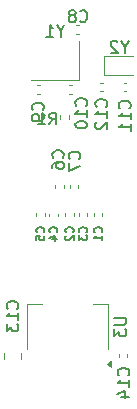
<source format=gbr>
%TF.GenerationSoftware,KiCad,Pcbnew,9.0.0*%
%TF.CreationDate,2025-08-25T15:59:45-02:30*%
%TF.ProjectId,STM32_PCB_Test_Project,53544d33-325f-4504-9342-5f546573745f,rev?*%
%TF.SameCoordinates,Original*%
%TF.FileFunction,Legend,Bot*%
%TF.FilePolarity,Positive*%
%FSLAX46Y46*%
G04 Gerber Fmt 4.6, Leading zero omitted, Abs format (unit mm)*
G04 Created by KiCad (PCBNEW 9.0.0) date 2025-08-25 15:59:45*
%MOMM*%
%LPD*%
G01*
G04 APERTURE LIST*
%ADD10C,0.150000*%
%ADD11C,0.120000*%
G04 APERTURE END LIST*
D10*
X164134580Y-89332142D02*
X164182200Y-89284523D01*
X164182200Y-89284523D02*
X164229819Y-89141666D01*
X164229819Y-89141666D02*
X164229819Y-89046428D01*
X164229819Y-89046428D02*
X164182200Y-88903571D01*
X164182200Y-88903571D02*
X164086961Y-88808333D01*
X164086961Y-88808333D02*
X163991723Y-88760714D01*
X163991723Y-88760714D02*
X163801247Y-88713095D01*
X163801247Y-88713095D02*
X163658390Y-88713095D01*
X163658390Y-88713095D02*
X163467914Y-88760714D01*
X163467914Y-88760714D02*
X163372676Y-88808333D01*
X163372676Y-88808333D02*
X163277438Y-88903571D01*
X163277438Y-88903571D02*
X163229819Y-89046428D01*
X163229819Y-89046428D02*
X163229819Y-89141666D01*
X163229819Y-89141666D02*
X163277438Y-89284523D01*
X163277438Y-89284523D02*
X163325057Y-89332142D01*
X164229819Y-90284523D02*
X164229819Y-89713095D01*
X164229819Y-89998809D02*
X163229819Y-89998809D01*
X163229819Y-89998809D02*
X163372676Y-89903571D01*
X163372676Y-89903571D02*
X163467914Y-89808333D01*
X163467914Y-89808333D02*
X163515533Y-89713095D01*
X163325057Y-90665476D02*
X163277438Y-90713095D01*
X163277438Y-90713095D02*
X163229819Y-90808333D01*
X163229819Y-90808333D02*
X163229819Y-91046428D01*
X163229819Y-91046428D02*
X163277438Y-91141666D01*
X163277438Y-91141666D02*
X163325057Y-91189285D01*
X163325057Y-91189285D02*
X163420295Y-91236904D01*
X163420295Y-91236904D02*
X163515533Y-91236904D01*
X163515533Y-91236904D02*
X163658390Y-91189285D01*
X163658390Y-91189285D02*
X164229819Y-90617857D01*
X164229819Y-90617857D02*
X164229819Y-91236904D01*
X160459580Y-93658333D02*
X160507200Y-93610714D01*
X160507200Y-93610714D02*
X160554819Y-93467857D01*
X160554819Y-93467857D02*
X160554819Y-93372619D01*
X160554819Y-93372619D02*
X160507200Y-93229762D01*
X160507200Y-93229762D02*
X160411961Y-93134524D01*
X160411961Y-93134524D02*
X160316723Y-93086905D01*
X160316723Y-93086905D02*
X160126247Y-93039286D01*
X160126247Y-93039286D02*
X159983390Y-93039286D01*
X159983390Y-93039286D02*
X159792914Y-93086905D01*
X159792914Y-93086905D02*
X159697676Y-93134524D01*
X159697676Y-93134524D02*
X159602438Y-93229762D01*
X159602438Y-93229762D02*
X159554819Y-93372619D01*
X159554819Y-93372619D02*
X159554819Y-93467857D01*
X159554819Y-93467857D02*
X159602438Y-93610714D01*
X159602438Y-93610714D02*
X159650057Y-93658333D01*
X159554819Y-94515476D02*
X159554819Y-94325000D01*
X159554819Y-94325000D02*
X159602438Y-94229762D01*
X159602438Y-94229762D02*
X159650057Y-94182143D01*
X159650057Y-94182143D02*
X159792914Y-94086905D01*
X159792914Y-94086905D02*
X159983390Y-94039286D01*
X159983390Y-94039286D02*
X160364342Y-94039286D01*
X160364342Y-94039286D02*
X160459580Y-94086905D01*
X160459580Y-94086905D02*
X160507200Y-94134524D01*
X160507200Y-94134524D02*
X160554819Y-94229762D01*
X160554819Y-94229762D02*
X160554819Y-94420238D01*
X160554819Y-94420238D02*
X160507200Y-94515476D01*
X160507200Y-94515476D02*
X160459580Y-94563095D01*
X160459580Y-94563095D02*
X160364342Y-94610714D01*
X160364342Y-94610714D02*
X160126247Y-94610714D01*
X160126247Y-94610714D02*
X160031009Y-94563095D01*
X160031009Y-94563095D02*
X159983390Y-94515476D01*
X159983390Y-94515476D02*
X159935771Y-94420238D01*
X159935771Y-94420238D02*
X159935771Y-94229762D01*
X159935771Y-94229762D02*
X159983390Y-94134524D01*
X159983390Y-94134524D02*
X160031009Y-94086905D01*
X160031009Y-94086905D02*
X160126247Y-94039286D01*
X160276190Y-82928628D02*
X160276190Y-83404819D01*
X160609523Y-82404819D02*
X160276190Y-82928628D01*
X160276190Y-82928628D02*
X159942857Y-82404819D01*
X159085714Y-83404819D02*
X159657142Y-83404819D01*
X159371428Y-83404819D02*
X159371428Y-82404819D01*
X159371428Y-82404819D02*
X159466666Y-82547676D01*
X159466666Y-82547676D02*
X159561904Y-82642914D01*
X159561904Y-82642914D02*
X159657142Y-82690533D01*
X161324366Y-99983333D02*
X161357700Y-99950000D01*
X161357700Y-99950000D02*
X161391033Y-99850000D01*
X161391033Y-99850000D02*
X161391033Y-99783333D01*
X161391033Y-99783333D02*
X161357700Y-99683333D01*
X161357700Y-99683333D02*
X161291033Y-99616667D01*
X161291033Y-99616667D02*
X161224366Y-99583333D01*
X161224366Y-99583333D02*
X161091033Y-99550000D01*
X161091033Y-99550000D02*
X160991033Y-99550000D01*
X160991033Y-99550000D02*
X160857700Y-99583333D01*
X160857700Y-99583333D02*
X160791033Y-99616667D01*
X160791033Y-99616667D02*
X160724366Y-99683333D01*
X160724366Y-99683333D02*
X160691033Y-99783333D01*
X160691033Y-99783333D02*
X160691033Y-99850000D01*
X160691033Y-99850000D02*
X160724366Y-99950000D01*
X160724366Y-99950000D02*
X160757700Y-99983333D01*
X160757700Y-100250000D02*
X160724366Y-100283333D01*
X160724366Y-100283333D02*
X160691033Y-100350000D01*
X160691033Y-100350000D02*
X160691033Y-100516667D01*
X160691033Y-100516667D02*
X160724366Y-100583333D01*
X160724366Y-100583333D02*
X160757700Y-100616667D01*
X160757700Y-100616667D02*
X160824366Y-100650000D01*
X160824366Y-100650000D02*
X160891033Y-100650000D01*
X160891033Y-100650000D02*
X160991033Y-100616667D01*
X160991033Y-100616667D02*
X161391033Y-100216667D01*
X161391033Y-100216667D02*
X161391033Y-100650000D01*
X159341666Y-90844819D02*
X159674999Y-90368628D01*
X159913094Y-90844819D02*
X159913094Y-89844819D01*
X159913094Y-89844819D02*
X159532142Y-89844819D01*
X159532142Y-89844819D02*
X159436904Y-89892438D01*
X159436904Y-89892438D02*
X159389285Y-89940057D01*
X159389285Y-89940057D02*
X159341666Y-90035295D01*
X159341666Y-90035295D02*
X159341666Y-90178152D01*
X159341666Y-90178152D02*
X159389285Y-90273390D01*
X159389285Y-90273390D02*
X159436904Y-90321009D01*
X159436904Y-90321009D02*
X159532142Y-90368628D01*
X159532142Y-90368628D02*
X159913094Y-90368628D01*
X158389285Y-90844819D02*
X158960713Y-90844819D01*
X158674999Y-90844819D02*
X158674999Y-89844819D01*
X158674999Y-89844819D02*
X158770237Y-89987676D01*
X158770237Y-89987676D02*
X158865475Y-90082914D01*
X158865475Y-90082914D02*
X158960713Y-90130533D01*
X165701190Y-84278628D02*
X165701190Y-84754819D01*
X166034523Y-83754819D02*
X165701190Y-84278628D01*
X165701190Y-84278628D02*
X165367857Y-83754819D01*
X165082142Y-83850057D02*
X165034523Y-83802438D01*
X165034523Y-83802438D02*
X164939285Y-83754819D01*
X164939285Y-83754819D02*
X164701190Y-83754819D01*
X164701190Y-83754819D02*
X164605952Y-83802438D01*
X164605952Y-83802438D02*
X164558333Y-83850057D01*
X164558333Y-83850057D02*
X164510714Y-83945295D01*
X164510714Y-83945295D02*
X164510714Y-84040533D01*
X164510714Y-84040533D02*
X164558333Y-84183390D01*
X164558333Y-84183390D02*
X165129761Y-84754819D01*
X165129761Y-84754819D02*
X164510714Y-84754819D01*
X164842319Y-107213095D02*
X165651842Y-107213095D01*
X165651842Y-107213095D02*
X165747080Y-107260714D01*
X165747080Y-107260714D02*
X165794700Y-107308333D01*
X165794700Y-107308333D02*
X165842319Y-107403571D01*
X165842319Y-107403571D02*
X165842319Y-107594047D01*
X165842319Y-107594047D02*
X165794700Y-107689285D01*
X165794700Y-107689285D02*
X165747080Y-107736904D01*
X165747080Y-107736904D02*
X165651842Y-107784523D01*
X165651842Y-107784523D02*
X164842319Y-107784523D01*
X164842319Y-108165476D02*
X164842319Y-108784523D01*
X164842319Y-108784523D02*
X165223271Y-108451190D01*
X165223271Y-108451190D02*
X165223271Y-108594047D01*
X165223271Y-108594047D02*
X165270890Y-108689285D01*
X165270890Y-108689285D02*
X165318509Y-108736904D01*
X165318509Y-108736904D02*
X165413747Y-108784523D01*
X165413747Y-108784523D02*
X165651842Y-108784523D01*
X165651842Y-108784523D02*
X165747080Y-108736904D01*
X165747080Y-108736904D02*
X165794700Y-108689285D01*
X165794700Y-108689285D02*
X165842319Y-108594047D01*
X165842319Y-108594047D02*
X165842319Y-108308333D01*
X165842319Y-108308333D02*
X165794700Y-108213095D01*
X165794700Y-108213095D02*
X165747080Y-108165476D01*
X161859580Y-93758333D02*
X161907200Y-93710714D01*
X161907200Y-93710714D02*
X161954819Y-93567857D01*
X161954819Y-93567857D02*
X161954819Y-93472619D01*
X161954819Y-93472619D02*
X161907200Y-93329762D01*
X161907200Y-93329762D02*
X161811961Y-93234524D01*
X161811961Y-93234524D02*
X161716723Y-93186905D01*
X161716723Y-93186905D02*
X161526247Y-93139286D01*
X161526247Y-93139286D02*
X161383390Y-93139286D01*
X161383390Y-93139286D02*
X161192914Y-93186905D01*
X161192914Y-93186905D02*
X161097676Y-93234524D01*
X161097676Y-93234524D02*
X161002438Y-93329762D01*
X161002438Y-93329762D02*
X160954819Y-93472619D01*
X160954819Y-93472619D02*
X160954819Y-93567857D01*
X160954819Y-93567857D02*
X161002438Y-93710714D01*
X161002438Y-93710714D02*
X161050057Y-93758333D01*
X160954819Y-94091667D02*
X160954819Y-94758333D01*
X160954819Y-94758333D02*
X161954819Y-94329762D01*
X162449366Y-99983333D02*
X162482700Y-99950000D01*
X162482700Y-99950000D02*
X162516033Y-99850000D01*
X162516033Y-99850000D02*
X162516033Y-99783333D01*
X162516033Y-99783333D02*
X162482700Y-99683333D01*
X162482700Y-99683333D02*
X162416033Y-99616667D01*
X162416033Y-99616667D02*
X162349366Y-99583333D01*
X162349366Y-99583333D02*
X162216033Y-99550000D01*
X162216033Y-99550000D02*
X162116033Y-99550000D01*
X162116033Y-99550000D02*
X161982700Y-99583333D01*
X161982700Y-99583333D02*
X161916033Y-99616667D01*
X161916033Y-99616667D02*
X161849366Y-99683333D01*
X161849366Y-99683333D02*
X161816033Y-99783333D01*
X161816033Y-99783333D02*
X161816033Y-99850000D01*
X161816033Y-99850000D02*
X161849366Y-99950000D01*
X161849366Y-99950000D02*
X161882700Y-99983333D01*
X161816033Y-100216667D02*
X161816033Y-100650000D01*
X161816033Y-100650000D02*
X162082700Y-100416667D01*
X162082700Y-100416667D02*
X162082700Y-100516667D01*
X162082700Y-100516667D02*
X162116033Y-100583333D01*
X162116033Y-100583333D02*
X162149366Y-100616667D01*
X162149366Y-100616667D02*
X162216033Y-100650000D01*
X162216033Y-100650000D02*
X162382700Y-100650000D01*
X162382700Y-100650000D02*
X162449366Y-100616667D01*
X162449366Y-100616667D02*
X162482700Y-100583333D01*
X162482700Y-100583333D02*
X162516033Y-100516667D01*
X162516033Y-100516667D02*
X162516033Y-100316667D01*
X162516033Y-100316667D02*
X162482700Y-100250000D01*
X162482700Y-100250000D02*
X162449366Y-100216667D01*
X159949366Y-99983333D02*
X159982700Y-99950000D01*
X159982700Y-99950000D02*
X160016033Y-99850000D01*
X160016033Y-99850000D02*
X160016033Y-99783333D01*
X160016033Y-99783333D02*
X159982700Y-99683333D01*
X159982700Y-99683333D02*
X159916033Y-99616667D01*
X159916033Y-99616667D02*
X159849366Y-99583333D01*
X159849366Y-99583333D02*
X159716033Y-99550000D01*
X159716033Y-99550000D02*
X159616033Y-99550000D01*
X159616033Y-99550000D02*
X159482700Y-99583333D01*
X159482700Y-99583333D02*
X159416033Y-99616667D01*
X159416033Y-99616667D02*
X159349366Y-99683333D01*
X159349366Y-99683333D02*
X159316033Y-99783333D01*
X159316033Y-99783333D02*
X159316033Y-99850000D01*
X159316033Y-99850000D02*
X159349366Y-99950000D01*
X159349366Y-99950000D02*
X159382700Y-99983333D01*
X159549366Y-100583333D02*
X160016033Y-100583333D01*
X159282700Y-100416667D02*
X159782700Y-100250000D01*
X159782700Y-100250000D02*
X159782700Y-100683333D01*
X166109580Y-89457142D02*
X166157200Y-89409523D01*
X166157200Y-89409523D02*
X166204819Y-89266666D01*
X166204819Y-89266666D02*
X166204819Y-89171428D01*
X166204819Y-89171428D02*
X166157200Y-89028571D01*
X166157200Y-89028571D02*
X166061961Y-88933333D01*
X166061961Y-88933333D02*
X165966723Y-88885714D01*
X165966723Y-88885714D02*
X165776247Y-88838095D01*
X165776247Y-88838095D02*
X165633390Y-88838095D01*
X165633390Y-88838095D02*
X165442914Y-88885714D01*
X165442914Y-88885714D02*
X165347676Y-88933333D01*
X165347676Y-88933333D02*
X165252438Y-89028571D01*
X165252438Y-89028571D02*
X165204819Y-89171428D01*
X165204819Y-89171428D02*
X165204819Y-89266666D01*
X165204819Y-89266666D02*
X165252438Y-89409523D01*
X165252438Y-89409523D02*
X165300057Y-89457142D01*
X166204819Y-90409523D02*
X166204819Y-89838095D01*
X166204819Y-90123809D02*
X165204819Y-90123809D01*
X165204819Y-90123809D02*
X165347676Y-90028571D01*
X165347676Y-90028571D02*
X165442914Y-89933333D01*
X165442914Y-89933333D02*
X165490533Y-89838095D01*
X166204819Y-91361904D02*
X166204819Y-90790476D01*
X166204819Y-91076190D02*
X165204819Y-91076190D01*
X165204819Y-91076190D02*
X165347676Y-90980952D01*
X165347676Y-90980952D02*
X165442914Y-90885714D01*
X165442914Y-90885714D02*
X165490533Y-90790476D01*
X156609580Y-106432142D02*
X156657200Y-106384523D01*
X156657200Y-106384523D02*
X156704819Y-106241666D01*
X156704819Y-106241666D02*
X156704819Y-106146428D01*
X156704819Y-106146428D02*
X156657200Y-106003571D01*
X156657200Y-106003571D02*
X156561961Y-105908333D01*
X156561961Y-105908333D02*
X156466723Y-105860714D01*
X156466723Y-105860714D02*
X156276247Y-105813095D01*
X156276247Y-105813095D02*
X156133390Y-105813095D01*
X156133390Y-105813095D02*
X155942914Y-105860714D01*
X155942914Y-105860714D02*
X155847676Y-105908333D01*
X155847676Y-105908333D02*
X155752438Y-106003571D01*
X155752438Y-106003571D02*
X155704819Y-106146428D01*
X155704819Y-106146428D02*
X155704819Y-106241666D01*
X155704819Y-106241666D02*
X155752438Y-106384523D01*
X155752438Y-106384523D02*
X155800057Y-106432142D01*
X156704819Y-107384523D02*
X156704819Y-106813095D01*
X156704819Y-107098809D02*
X155704819Y-107098809D01*
X155704819Y-107098809D02*
X155847676Y-107003571D01*
X155847676Y-107003571D02*
X155942914Y-106908333D01*
X155942914Y-106908333D02*
X155990533Y-106813095D01*
X155704819Y-107717857D02*
X155704819Y-108336904D01*
X155704819Y-108336904D02*
X156085771Y-108003571D01*
X156085771Y-108003571D02*
X156085771Y-108146428D01*
X156085771Y-108146428D02*
X156133390Y-108241666D01*
X156133390Y-108241666D02*
X156181009Y-108289285D01*
X156181009Y-108289285D02*
X156276247Y-108336904D01*
X156276247Y-108336904D02*
X156514342Y-108336904D01*
X156514342Y-108336904D02*
X156609580Y-108289285D01*
X156609580Y-108289285D02*
X156657200Y-108241666D01*
X156657200Y-108241666D02*
X156704819Y-108146428D01*
X156704819Y-108146428D02*
X156704819Y-107860714D01*
X156704819Y-107860714D02*
X156657200Y-107765476D01*
X156657200Y-107765476D02*
X156609580Y-107717857D01*
X166009580Y-112082142D02*
X166057200Y-112034523D01*
X166057200Y-112034523D02*
X166104819Y-111891666D01*
X166104819Y-111891666D02*
X166104819Y-111796428D01*
X166104819Y-111796428D02*
X166057200Y-111653571D01*
X166057200Y-111653571D02*
X165961961Y-111558333D01*
X165961961Y-111558333D02*
X165866723Y-111510714D01*
X165866723Y-111510714D02*
X165676247Y-111463095D01*
X165676247Y-111463095D02*
X165533390Y-111463095D01*
X165533390Y-111463095D02*
X165342914Y-111510714D01*
X165342914Y-111510714D02*
X165247676Y-111558333D01*
X165247676Y-111558333D02*
X165152438Y-111653571D01*
X165152438Y-111653571D02*
X165104819Y-111796428D01*
X165104819Y-111796428D02*
X165104819Y-111891666D01*
X165104819Y-111891666D02*
X165152438Y-112034523D01*
X165152438Y-112034523D02*
X165200057Y-112082142D01*
X166104819Y-113034523D02*
X166104819Y-112463095D01*
X166104819Y-112748809D02*
X165104819Y-112748809D01*
X165104819Y-112748809D02*
X165247676Y-112653571D01*
X165247676Y-112653571D02*
X165342914Y-112558333D01*
X165342914Y-112558333D02*
X165390533Y-112463095D01*
X165438152Y-113891666D02*
X166104819Y-113891666D01*
X165057200Y-113653571D02*
X165771485Y-113415476D01*
X165771485Y-113415476D02*
X165771485Y-114034523D01*
X158759580Y-89608333D02*
X158807200Y-89560714D01*
X158807200Y-89560714D02*
X158854819Y-89417857D01*
X158854819Y-89417857D02*
X158854819Y-89322619D01*
X158854819Y-89322619D02*
X158807200Y-89179762D01*
X158807200Y-89179762D02*
X158711961Y-89084524D01*
X158711961Y-89084524D02*
X158616723Y-89036905D01*
X158616723Y-89036905D02*
X158426247Y-88989286D01*
X158426247Y-88989286D02*
X158283390Y-88989286D01*
X158283390Y-88989286D02*
X158092914Y-89036905D01*
X158092914Y-89036905D02*
X157997676Y-89084524D01*
X157997676Y-89084524D02*
X157902438Y-89179762D01*
X157902438Y-89179762D02*
X157854819Y-89322619D01*
X157854819Y-89322619D02*
X157854819Y-89417857D01*
X157854819Y-89417857D02*
X157902438Y-89560714D01*
X157902438Y-89560714D02*
X157950057Y-89608333D01*
X158854819Y-90084524D02*
X158854819Y-90275000D01*
X158854819Y-90275000D02*
X158807200Y-90370238D01*
X158807200Y-90370238D02*
X158759580Y-90417857D01*
X158759580Y-90417857D02*
X158616723Y-90513095D01*
X158616723Y-90513095D02*
X158426247Y-90560714D01*
X158426247Y-90560714D02*
X158045295Y-90560714D01*
X158045295Y-90560714D02*
X157950057Y-90513095D01*
X157950057Y-90513095D02*
X157902438Y-90465476D01*
X157902438Y-90465476D02*
X157854819Y-90370238D01*
X157854819Y-90370238D02*
X157854819Y-90179762D01*
X157854819Y-90179762D02*
X157902438Y-90084524D01*
X157902438Y-90084524D02*
X157950057Y-90036905D01*
X157950057Y-90036905D02*
X158045295Y-89989286D01*
X158045295Y-89989286D02*
X158283390Y-89989286D01*
X158283390Y-89989286D02*
X158378628Y-90036905D01*
X158378628Y-90036905D02*
X158426247Y-90084524D01*
X158426247Y-90084524D02*
X158473866Y-90179762D01*
X158473866Y-90179762D02*
X158473866Y-90370238D01*
X158473866Y-90370238D02*
X158426247Y-90465476D01*
X158426247Y-90465476D02*
X158378628Y-90513095D01*
X158378628Y-90513095D02*
X158283390Y-90560714D01*
X158849366Y-99983333D02*
X158882700Y-99950000D01*
X158882700Y-99950000D02*
X158916033Y-99850000D01*
X158916033Y-99850000D02*
X158916033Y-99783333D01*
X158916033Y-99783333D02*
X158882700Y-99683333D01*
X158882700Y-99683333D02*
X158816033Y-99616667D01*
X158816033Y-99616667D02*
X158749366Y-99583333D01*
X158749366Y-99583333D02*
X158616033Y-99550000D01*
X158616033Y-99550000D02*
X158516033Y-99550000D01*
X158516033Y-99550000D02*
X158382700Y-99583333D01*
X158382700Y-99583333D02*
X158316033Y-99616667D01*
X158316033Y-99616667D02*
X158249366Y-99683333D01*
X158249366Y-99683333D02*
X158216033Y-99783333D01*
X158216033Y-99783333D02*
X158216033Y-99850000D01*
X158216033Y-99850000D02*
X158249366Y-99950000D01*
X158249366Y-99950000D02*
X158282700Y-99983333D01*
X158216033Y-100616667D02*
X158216033Y-100283333D01*
X158216033Y-100283333D02*
X158549366Y-100250000D01*
X158549366Y-100250000D02*
X158516033Y-100283333D01*
X158516033Y-100283333D02*
X158482700Y-100350000D01*
X158482700Y-100350000D02*
X158482700Y-100516667D01*
X158482700Y-100516667D02*
X158516033Y-100583333D01*
X158516033Y-100583333D02*
X158549366Y-100616667D01*
X158549366Y-100616667D02*
X158616033Y-100650000D01*
X158616033Y-100650000D02*
X158782700Y-100650000D01*
X158782700Y-100650000D02*
X158849366Y-100616667D01*
X158849366Y-100616667D02*
X158882700Y-100583333D01*
X158882700Y-100583333D02*
X158916033Y-100516667D01*
X158916033Y-100516667D02*
X158916033Y-100350000D01*
X158916033Y-100350000D02*
X158882700Y-100283333D01*
X158882700Y-100283333D02*
X158849366Y-100250000D01*
X163749366Y-99983333D02*
X163782700Y-99950000D01*
X163782700Y-99950000D02*
X163816033Y-99850000D01*
X163816033Y-99850000D02*
X163816033Y-99783333D01*
X163816033Y-99783333D02*
X163782700Y-99683333D01*
X163782700Y-99683333D02*
X163716033Y-99616667D01*
X163716033Y-99616667D02*
X163649366Y-99583333D01*
X163649366Y-99583333D02*
X163516033Y-99550000D01*
X163516033Y-99550000D02*
X163416033Y-99550000D01*
X163416033Y-99550000D02*
X163282700Y-99583333D01*
X163282700Y-99583333D02*
X163216033Y-99616667D01*
X163216033Y-99616667D02*
X163149366Y-99683333D01*
X163149366Y-99683333D02*
X163116033Y-99783333D01*
X163116033Y-99783333D02*
X163116033Y-99850000D01*
X163116033Y-99850000D02*
X163149366Y-99950000D01*
X163149366Y-99950000D02*
X163182700Y-99983333D01*
X163816033Y-100650000D02*
X163816033Y-100250000D01*
X163816033Y-100450000D02*
X163116033Y-100450000D01*
X163116033Y-100450000D02*
X163216033Y-100383333D01*
X163216033Y-100383333D02*
X163282700Y-100316667D01*
X163282700Y-100316667D02*
X163316033Y-100250000D01*
X162434580Y-89252142D02*
X162482200Y-89204523D01*
X162482200Y-89204523D02*
X162529819Y-89061666D01*
X162529819Y-89061666D02*
X162529819Y-88966428D01*
X162529819Y-88966428D02*
X162482200Y-88823571D01*
X162482200Y-88823571D02*
X162386961Y-88728333D01*
X162386961Y-88728333D02*
X162291723Y-88680714D01*
X162291723Y-88680714D02*
X162101247Y-88633095D01*
X162101247Y-88633095D02*
X161958390Y-88633095D01*
X161958390Y-88633095D02*
X161767914Y-88680714D01*
X161767914Y-88680714D02*
X161672676Y-88728333D01*
X161672676Y-88728333D02*
X161577438Y-88823571D01*
X161577438Y-88823571D02*
X161529819Y-88966428D01*
X161529819Y-88966428D02*
X161529819Y-89061666D01*
X161529819Y-89061666D02*
X161577438Y-89204523D01*
X161577438Y-89204523D02*
X161625057Y-89252142D01*
X162529819Y-90204523D02*
X162529819Y-89633095D01*
X162529819Y-89918809D02*
X161529819Y-89918809D01*
X161529819Y-89918809D02*
X161672676Y-89823571D01*
X161672676Y-89823571D02*
X161767914Y-89728333D01*
X161767914Y-89728333D02*
X161815533Y-89633095D01*
X161529819Y-90823571D02*
X161529819Y-90918809D01*
X161529819Y-90918809D02*
X161577438Y-91014047D01*
X161577438Y-91014047D02*
X161625057Y-91061666D01*
X161625057Y-91061666D02*
X161720295Y-91109285D01*
X161720295Y-91109285D02*
X161910771Y-91156904D01*
X161910771Y-91156904D02*
X162148866Y-91156904D01*
X162148866Y-91156904D02*
X162339342Y-91109285D01*
X162339342Y-91109285D02*
X162434580Y-91061666D01*
X162434580Y-91061666D02*
X162482200Y-91014047D01*
X162482200Y-91014047D02*
X162529819Y-90918809D01*
X162529819Y-90918809D02*
X162529819Y-90823571D01*
X162529819Y-90823571D02*
X162482200Y-90728333D01*
X162482200Y-90728333D02*
X162434580Y-90680714D01*
X162434580Y-90680714D02*
X162339342Y-90633095D01*
X162339342Y-90633095D02*
X162148866Y-90585476D01*
X162148866Y-90585476D02*
X161910771Y-90585476D01*
X161910771Y-90585476D02*
X161720295Y-90633095D01*
X161720295Y-90633095D02*
X161625057Y-90680714D01*
X161625057Y-90680714D02*
X161577438Y-90728333D01*
X161577438Y-90728333D02*
X161529819Y-90823571D01*
X161941666Y-82084580D02*
X161989285Y-82132200D01*
X161989285Y-82132200D02*
X162132142Y-82179819D01*
X162132142Y-82179819D02*
X162227380Y-82179819D01*
X162227380Y-82179819D02*
X162370237Y-82132200D01*
X162370237Y-82132200D02*
X162465475Y-82036961D01*
X162465475Y-82036961D02*
X162513094Y-81941723D01*
X162513094Y-81941723D02*
X162560713Y-81751247D01*
X162560713Y-81751247D02*
X162560713Y-81608390D01*
X162560713Y-81608390D02*
X162513094Y-81417914D01*
X162513094Y-81417914D02*
X162465475Y-81322676D01*
X162465475Y-81322676D02*
X162370237Y-81227438D01*
X162370237Y-81227438D02*
X162227380Y-81179819D01*
X162227380Y-81179819D02*
X162132142Y-81179819D01*
X162132142Y-81179819D02*
X161989285Y-81227438D01*
X161989285Y-81227438D02*
X161941666Y-81275057D01*
X161370237Y-81608390D02*
X161465475Y-81560771D01*
X161465475Y-81560771D02*
X161513094Y-81513152D01*
X161513094Y-81513152D02*
X161560713Y-81417914D01*
X161560713Y-81417914D02*
X161560713Y-81370295D01*
X161560713Y-81370295D02*
X161513094Y-81275057D01*
X161513094Y-81275057D02*
X161465475Y-81227438D01*
X161465475Y-81227438D02*
X161370237Y-81179819D01*
X161370237Y-81179819D02*
X161179761Y-81179819D01*
X161179761Y-81179819D02*
X161084523Y-81227438D01*
X161084523Y-81227438D02*
X161036904Y-81275057D01*
X161036904Y-81275057D02*
X160989285Y-81370295D01*
X160989285Y-81370295D02*
X160989285Y-81417914D01*
X160989285Y-81417914D02*
X161036904Y-81513152D01*
X161036904Y-81513152D02*
X161084523Y-81560771D01*
X161084523Y-81560771D02*
X161179761Y-81608390D01*
X161179761Y-81608390D02*
X161370237Y-81608390D01*
X161370237Y-81608390D02*
X161465475Y-81656009D01*
X161465475Y-81656009D02*
X161513094Y-81703628D01*
X161513094Y-81703628D02*
X161560713Y-81798866D01*
X161560713Y-81798866D02*
X161560713Y-81989342D01*
X161560713Y-81989342D02*
X161513094Y-82084580D01*
X161513094Y-82084580D02*
X161465475Y-82132200D01*
X161465475Y-82132200D02*
X161370237Y-82179819D01*
X161370237Y-82179819D02*
X161179761Y-82179819D01*
X161179761Y-82179819D02*
X161084523Y-82132200D01*
X161084523Y-82132200D02*
X161036904Y-82084580D01*
X161036904Y-82084580D02*
X160989285Y-81989342D01*
X160989285Y-81989342D02*
X160989285Y-81798866D01*
X160989285Y-81798866D02*
X161036904Y-81703628D01*
X161036904Y-81703628D02*
X161084523Y-81656009D01*
X161084523Y-81656009D02*
X161179761Y-81608390D01*
D11*
%TO.C,C12*%
X163857836Y-87315000D02*
X163642164Y-87315000D01*
X163857836Y-88035000D02*
X163642164Y-88035000D01*
%TO.C,C6*%
X159840000Y-95967164D02*
X159840000Y-96182836D01*
X160560000Y-95967164D02*
X160560000Y-96182836D01*
%TO.C,Y1*%
X161800000Y-83750000D02*
X161800000Y-87050000D01*
X161800000Y-87050000D02*
X157800000Y-87050000D01*
%TO.C,C2*%
X160665000Y-98557836D02*
X160665000Y-98342164D01*
X161385000Y-98557836D02*
X161385000Y-98342164D01*
%TO.C,R1*%
X160220000Y-90036359D02*
X160220000Y-90343641D01*
X160980000Y-90036359D02*
X160980000Y-90343641D01*
%TO.C,Y2*%
X164000000Y-85025000D02*
X166400000Y-85025000D01*
X164000000Y-86625000D02*
X164000000Y-85025000D01*
X166400000Y-86625000D02*
X164000000Y-86625000D01*
%TO.C,U3*%
X157477500Y-106065000D02*
X158737500Y-106065000D01*
X157477500Y-109825000D02*
X157477500Y-106065000D01*
X164297500Y-106065000D02*
X163037500Y-106065000D01*
X164297500Y-109825000D02*
X164297500Y-106065000D01*
X164527500Y-111345000D02*
X164197500Y-111105000D01*
X164527500Y-110865000D01*
X164527500Y-111345000D01*
G36*
X164527500Y-111345000D02*
G01*
X164197500Y-111105000D01*
X164527500Y-110865000D01*
X164527500Y-111345000D01*
G37*
%TO.C,C7*%
X161040000Y-95967164D02*
X161040000Y-96182836D01*
X161760000Y-95967164D02*
X161760000Y-96182836D01*
%TO.C,C3*%
X161815000Y-98582836D02*
X161815000Y-98367164D01*
X162535000Y-98582836D02*
X162535000Y-98367164D01*
%TO.C,C4*%
X159340000Y-98607836D02*
X159340000Y-98392164D01*
X160060000Y-98607836D02*
X160060000Y-98392164D01*
%TO.C,C11*%
X165832836Y-87315000D02*
X165617164Y-87315000D01*
X165832836Y-88035000D02*
X165617164Y-88035000D01*
%TO.C,C13*%
X155490000Y-110188748D02*
X155490000Y-110711252D01*
X156960000Y-110188748D02*
X156960000Y-110711252D01*
%TO.C,C14*%
X165215000Y-110317164D02*
X165215000Y-110532836D01*
X165935000Y-110317164D02*
X165935000Y-110532836D01*
%TO.C,C9*%
X158507836Y-87540000D02*
X158292164Y-87540000D01*
X158507836Y-88260000D02*
X158292164Y-88260000D01*
%TO.C,C5*%
X158215000Y-98582836D02*
X158215000Y-98367164D01*
X158935000Y-98582836D02*
X158935000Y-98367164D01*
%TO.C,C1*%
X163090000Y-98582836D02*
X163090000Y-98367164D01*
X163810000Y-98582836D02*
X163810000Y-98367164D01*
%TO.C,C10*%
X161207836Y-87540000D02*
X160992164Y-87540000D01*
X161207836Y-88260000D02*
X160992164Y-88260000D01*
%TO.C,C8*%
X161592164Y-82440000D02*
X161807836Y-82440000D01*
X161592164Y-83160000D02*
X161807836Y-83160000D01*
%TD*%
M02*

</source>
